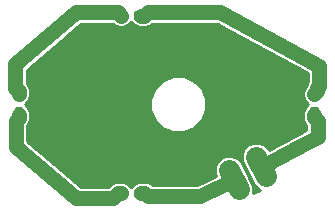
<source format=gtl>
G75*
G70*
%OFA0B0*%
%FSLAX24Y24*%
%IPPOS*%
%LPD*%
%AMOC8*
5,1,8,0,0,1.08239X$1,22.5*
%
%ADD10C,0.0298*%
%ADD11C,0.0338*%
%ADD12C,0.0072*%
%ADD13R,0.0720X0.1126*%
%ADD14C,0.0112*%
%ADD15R,0.1126X0.0720*%
%ADD16C,0.0709*%
%ADD17C,0.0500*%
%ADD18C,0.0100*%
%ADD19C,0.0396*%
D10*
X005278Y002495D03*
X002495Y004483D03*
X005270Y006479D03*
X010416Y004491D03*
D11*
X009920Y004491D03*
X005278Y002991D03*
X002991Y004483D03*
X005270Y005983D03*
D12*
X005144Y007337D02*
X004720Y007337D01*
X004720Y007551D01*
X005144Y007551D01*
X005144Y007337D01*
X005144Y007408D02*
X004720Y007408D01*
X004720Y007479D02*
X005144Y007479D01*
X005144Y007550D02*
X004720Y007550D01*
X005405Y007337D02*
X005829Y007337D01*
X005405Y007337D02*
X005405Y007551D01*
X005829Y007551D01*
X005829Y007337D01*
X005829Y007408D02*
X005405Y007408D01*
X005405Y007479D02*
X005829Y007479D01*
X005829Y007550D02*
X005405Y007550D01*
X001637Y005042D02*
X001637Y004618D01*
X001423Y004618D01*
X001423Y005042D01*
X001637Y005042D01*
X001637Y004689D02*
X001423Y004689D01*
X001423Y004760D02*
X001637Y004760D01*
X001637Y004831D02*
X001423Y004831D01*
X001423Y004902D02*
X001637Y004902D01*
X001637Y004973D02*
X001423Y004973D01*
X001637Y004356D02*
X001637Y003932D01*
X001423Y003932D01*
X001423Y004356D01*
X001637Y004356D01*
X001637Y004003D02*
X001423Y004003D01*
X001423Y004074D02*
X001637Y004074D01*
X001637Y004145D02*
X001423Y004145D01*
X001423Y004216D02*
X001637Y004216D01*
X001637Y004287D02*
X001423Y004287D01*
X004720Y001637D02*
X005144Y001637D01*
X005144Y001423D01*
X004720Y001423D01*
X004720Y001637D01*
X004720Y001494D02*
X005144Y001494D01*
X005144Y001565D02*
X004720Y001565D01*
X004720Y001636D02*
X005144Y001636D01*
X005405Y001637D02*
X005829Y001637D01*
X005829Y001423D01*
X005405Y001423D01*
X005405Y001637D01*
X005405Y001494D02*
X005829Y001494D01*
X005829Y001565D02*
X005405Y001565D01*
X005405Y001636D02*
X005829Y001636D01*
X011274Y003932D02*
X011274Y004356D01*
X011488Y004356D01*
X011488Y003932D01*
X011274Y003932D01*
X011274Y004003D02*
X011488Y004003D01*
X011488Y004074D02*
X011274Y004074D01*
X011274Y004145D02*
X011488Y004145D01*
X011488Y004216D02*
X011274Y004216D01*
X011274Y004287D02*
X011488Y004287D01*
X011274Y004618D02*
X011274Y005042D01*
X011488Y005042D01*
X011488Y004618D01*
X011274Y004618D01*
X011274Y004689D02*
X011488Y004689D01*
X011488Y004760D02*
X011274Y004760D01*
X011274Y004831D02*
X011488Y004831D01*
X011488Y004902D02*
X011274Y004902D01*
X011274Y004973D02*
X011488Y004973D01*
D13*
X010200Y004491D03*
X002711Y004483D03*
D14*
X002910Y004013D02*
X003135Y003788D01*
X002910Y004013D02*
X002989Y004092D01*
X003214Y003867D01*
X003135Y003788D01*
X003182Y003899D02*
X003024Y003899D01*
X003071Y004010D02*
X002913Y004010D01*
X002985Y004882D02*
X003210Y005107D01*
X002985Y004882D02*
X002906Y004961D01*
X003131Y005186D01*
X003210Y005107D01*
X003096Y004993D02*
X002938Y004993D01*
X003049Y005104D02*
X003207Y005104D01*
X004575Y005839D02*
X004800Y006064D01*
X004879Y005985D01*
X004654Y005760D01*
X004575Y005839D01*
X004607Y005871D02*
X004765Y005871D01*
X004718Y005982D02*
X004876Y005982D01*
X005670Y005989D02*
X005895Y005764D01*
X005670Y005989D02*
X005749Y006068D01*
X005974Y005843D01*
X005895Y005764D01*
X005942Y005875D02*
X005784Y005875D01*
X005831Y005986D02*
X005673Y005986D01*
X004879Y007477D02*
X004654Y007702D01*
X004879Y007477D02*
X004800Y007398D01*
X004575Y007623D01*
X004654Y007702D01*
X004689Y007509D02*
X004847Y007509D01*
X004736Y007620D02*
X004578Y007620D01*
X005749Y007402D02*
X005974Y007627D01*
X005749Y007402D02*
X005670Y007481D01*
X005895Y007706D01*
X005974Y007627D01*
X005860Y007513D02*
X005702Y007513D01*
X005813Y007624D02*
X005971Y007624D01*
X009776Y005186D02*
X010001Y004961D01*
X009922Y004882D01*
X009697Y005107D01*
X009776Y005186D01*
X009811Y004993D02*
X009969Y004993D01*
X009858Y005104D02*
X009700Y005104D01*
X009926Y004092D02*
X009701Y003867D01*
X009926Y004092D02*
X010005Y004013D01*
X009780Y003788D01*
X009701Y003867D01*
X009733Y003899D02*
X009891Y003899D01*
X009844Y004010D02*
X010002Y004010D01*
X011339Y004013D02*
X011564Y003788D01*
X011339Y004013D02*
X011418Y004092D01*
X011643Y003867D01*
X011564Y003788D01*
X011611Y003899D02*
X011453Y003899D01*
X011500Y004010D02*
X011342Y004010D01*
X011414Y004882D02*
X011639Y005107D01*
X011414Y004882D02*
X011335Y004961D01*
X011560Y005186D01*
X011639Y005107D01*
X011525Y004993D02*
X011367Y004993D01*
X011478Y005104D02*
X011636Y005104D01*
X005974Y003135D02*
X005749Y002910D01*
X005670Y002989D01*
X005895Y003214D01*
X005974Y003135D01*
X005860Y003021D02*
X005702Y003021D01*
X005813Y003132D02*
X005971Y003132D01*
X004879Y002985D02*
X004654Y003210D01*
X004879Y002985D02*
X004800Y002906D01*
X004575Y003131D01*
X004654Y003210D01*
X004689Y003017D02*
X004847Y003017D01*
X004736Y003128D02*
X004578Y003128D01*
X004800Y001572D02*
X004575Y001347D01*
X004800Y001572D02*
X004879Y001493D01*
X004654Y001268D01*
X004575Y001347D01*
X004607Y001379D02*
X004765Y001379D01*
X004718Y001490D02*
X004876Y001490D01*
X005670Y001497D02*
X005895Y001272D01*
X005670Y001497D02*
X005749Y001576D01*
X005974Y001351D01*
X005895Y001272D01*
X005942Y001383D02*
X005784Y001383D01*
X005831Y001494D02*
X005673Y001494D01*
X001497Y004092D02*
X001272Y003867D01*
X001497Y004092D02*
X001576Y004013D01*
X001351Y003788D01*
X001272Y003867D01*
X001304Y003899D02*
X001462Y003899D01*
X001415Y004010D02*
X001573Y004010D01*
X001572Y004961D02*
X001347Y005186D01*
X001572Y004961D02*
X001493Y004882D01*
X001268Y005107D01*
X001347Y005186D01*
X001382Y004993D02*
X001540Y004993D01*
X001429Y005104D02*
X001271Y005104D01*
D15*
X005270Y006263D03*
X005278Y002711D03*
D16*
X008544Y002286D02*
X008855Y001649D01*
X009754Y002088D02*
X009443Y002725D01*
D17*
X009599Y002406D02*
X011050Y003150D01*
X011491Y003394D01*
X011491Y003940D01*
X011381Y004050D01*
X011381Y004144D01*
X011381Y004830D02*
X011487Y004936D01*
X011487Y005034D01*
X011550Y005097D01*
X011550Y005750D01*
X008250Y007550D01*
X008246Y007554D01*
X005822Y007554D01*
X005711Y007444D01*
X005617Y007444D01*
X004932Y007444D02*
X004826Y007550D01*
X004727Y007550D01*
X003450Y007550D01*
X001420Y005820D01*
X001420Y005034D01*
X001530Y004924D01*
X001530Y004830D01*
X001530Y004144D02*
X001530Y004046D01*
X001424Y003940D01*
X001424Y003076D01*
X003450Y001350D01*
X004657Y001350D01*
X004727Y001420D01*
X004837Y001530D01*
X004932Y001530D01*
X005617Y001530D02*
X005715Y001530D01*
X005822Y001424D01*
X007567Y001424D01*
X007850Y001550D01*
X008700Y001968D01*
D18*
X008084Y002126D02*
X003125Y002126D01*
X003009Y002225D02*
X008063Y002225D01*
X008067Y002161D02*
X008099Y002096D01*
X007689Y001894D01*
X007486Y001804D01*
X005979Y001804D01*
X005931Y001852D01*
X005791Y001910D01*
X005541Y001910D01*
X005402Y001852D01*
X005353Y001804D01*
X005336Y001804D01*
X005274Y001742D01*
X005213Y001804D01*
X005196Y001804D01*
X005147Y001852D01*
X005007Y001910D01*
X004762Y001910D01*
X004622Y001852D01*
X004500Y001730D01*
X003590Y001730D01*
X001804Y003251D01*
X001804Y003782D01*
X001852Y003831D01*
X001910Y003970D01*
X001910Y004220D01*
X001852Y004360D01*
X001804Y004408D01*
X001804Y004425D01*
X001742Y004487D01*
X001804Y004549D01*
X001804Y004566D01*
X001852Y004614D01*
X001910Y004754D01*
X001910Y005000D01*
X001852Y005139D01*
X001800Y005192D01*
X001800Y005645D01*
X003590Y007170D01*
X004668Y007170D01*
X004717Y007122D01*
X004856Y007064D01*
X005007Y007064D01*
X005147Y007122D01*
X005196Y007170D01*
X005213Y007170D01*
X005274Y007232D01*
X005336Y007170D01*
X005353Y007170D01*
X005402Y007122D01*
X005541Y007064D01*
X005787Y007064D01*
X005927Y007122D01*
X005979Y007174D01*
X008146Y007174D01*
X011170Y005524D01*
X011170Y005255D01*
X011165Y005250D01*
X011107Y005111D01*
X011107Y005110D01*
X011107Y005093D01*
X011059Y005045D01*
X011001Y004905D01*
X011001Y004754D01*
X011059Y004614D01*
X011107Y004566D01*
X011107Y004549D01*
X011169Y004487D01*
X011107Y004425D01*
X011107Y004408D01*
X011059Y004360D01*
X011001Y004220D01*
X011001Y003974D01*
X011059Y003835D01*
X011111Y003782D01*
X011111Y003618D01*
X010871Y003485D01*
X009863Y002969D01*
X009836Y003024D01*
X009692Y003151D01*
X009510Y003214D01*
X009318Y003202D01*
X009144Y003118D01*
X009017Y002973D01*
X008954Y002791D01*
X008966Y002599D01*
X009361Y001789D01*
X009505Y001661D01*
X009563Y001641D01*
X009324Y001525D01*
X009344Y001583D01*
X009333Y001775D01*
X008938Y002585D01*
X008793Y002713D01*
X008611Y002776D01*
X008419Y002764D01*
X008246Y002679D01*
X008118Y002535D01*
X008055Y002353D01*
X008067Y002161D01*
X007960Y002028D02*
X003241Y002028D01*
X003356Y001929D02*
X007760Y001929D01*
X007545Y001831D02*
X005953Y001831D01*
X005380Y001831D02*
X005169Y001831D01*
X004600Y001831D02*
X003472Y001831D01*
X003588Y001732D02*
X004502Y001732D01*
X002894Y002323D02*
X008057Y002323D01*
X008079Y002422D02*
X002778Y002422D01*
X002663Y002520D02*
X008113Y002520D01*
X008192Y002619D02*
X002547Y002619D01*
X002431Y002717D02*
X008323Y002717D01*
X008781Y002717D02*
X008959Y002717D01*
X008962Y002816D02*
X002316Y002816D01*
X002200Y002914D02*
X008996Y002914D01*
X009051Y003013D02*
X002084Y003013D01*
X001969Y003111D02*
X009138Y003111D01*
X009437Y003210D02*
X001853Y003210D01*
X001804Y003308D02*
X010525Y003308D01*
X010717Y003407D02*
X001804Y003407D01*
X001804Y003505D02*
X010907Y003505D01*
X011085Y003604D02*
X007166Y003604D01*
X007036Y003550D02*
X007380Y003692D01*
X007644Y003956D01*
X007787Y004301D01*
X007787Y004673D01*
X007644Y005018D01*
X007380Y005282D01*
X007036Y005424D01*
X006663Y005424D01*
X006318Y005282D01*
X006055Y005018D01*
X005912Y004673D01*
X005912Y004301D01*
X006055Y003956D01*
X006318Y003692D01*
X006663Y003550D01*
X007036Y003550D01*
X007390Y003702D02*
X011111Y003702D01*
X011093Y003801D02*
X007488Y003801D01*
X007587Y003899D02*
X011032Y003899D01*
X011001Y003998D02*
X007661Y003998D01*
X007702Y004096D02*
X011001Y004096D01*
X011001Y004195D02*
X007743Y004195D01*
X007783Y004293D02*
X011031Y004293D01*
X011090Y004392D02*
X007787Y004392D01*
X007787Y004490D02*
X011166Y004490D01*
X011084Y004589D02*
X007787Y004589D01*
X007781Y004687D02*
X011028Y004687D01*
X011001Y004786D02*
X007740Y004786D01*
X007699Y004884D02*
X011001Y004884D01*
X011033Y004983D02*
X007659Y004983D01*
X007581Y005081D02*
X011095Y005081D01*
X011136Y005180D02*
X007482Y005180D01*
X007384Y005278D02*
X011170Y005278D01*
X011170Y005377D02*
X007151Y005377D01*
X006547Y005377D02*
X001800Y005377D01*
X001800Y005475D02*
X011170Y005475D01*
X011080Y005574D02*
X001800Y005574D01*
X001832Y005672D02*
X010899Y005672D01*
X010719Y005771D02*
X001948Y005771D01*
X002063Y005869D02*
X010538Y005869D01*
X010358Y005968D02*
X002179Y005968D01*
X002295Y006066D02*
X010177Y006066D01*
X009996Y006165D02*
X002410Y006165D01*
X002526Y006263D02*
X009816Y006263D01*
X009635Y006362D02*
X002641Y006362D01*
X002757Y006460D02*
X009455Y006460D01*
X009274Y006559D02*
X002872Y006559D01*
X002988Y006657D02*
X009094Y006657D01*
X008913Y006756D02*
X003104Y006756D01*
X003219Y006854D02*
X008732Y006854D01*
X008552Y006953D02*
X003335Y006953D01*
X003450Y007051D02*
X008371Y007051D01*
X008191Y007150D02*
X005955Y007150D01*
X005374Y007150D02*
X005175Y007150D01*
X004689Y007150D02*
X003566Y007150D01*
X001800Y005278D02*
X006315Y005278D01*
X006216Y005180D02*
X001812Y005180D01*
X001877Y005081D02*
X006118Y005081D01*
X006040Y004983D02*
X001910Y004983D01*
X001910Y004884D02*
X005999Y004884D01*
X005958Y004786D02*
X001910Y004786D01*
X001883Y004687D02*
X005917Y004687D01*
X005912Y004589D02*
X001827Y004589D01*
X001745Y004490D02*
X005912Y004490D01*
X005912Y004392D02*
X001821Y004392D01*
X001880Y004293D02*
X005915Y004293D01*
X005956Y004195D02*
X001910Y004195D01*
X001910Y004096D02*
X005997Y004096D01*
X006037Y003998D02*
X001910Y003998D01*
X001881Y003899D02*
X006112Y003899D01*
X006210Y003801D02*
X001822Y003801D01*
X001804Y003702D02*
X006309Y003702D01*
X006533Y003604D02*
X001804Y003604D01*
X008900Y002619D02*
X008965Y002619D01*
X008969Y002520D02*
X009004Y002520D01*
X009017Y002422D02*
X009052Y002422D01*
X009065Y002323D02*
X009100Y002323D01*
X009113Y002225D02*
X009148Y002225D01*
X009162Y002126D02*
X009196Y002126D01*
X009210Y002028D02*
X009244Y002028D01*
X009258Y001929D02*
X009292Y001929D01*
X009306Y001831D02*
X009341Y001831D01*
X009335Y001732D02*
X009425Y001732D01*
X009341Y001634D02*
X009548Y001634D01*
X009346Y001535D02*
X009328Y001535D01*
X009842Y003013D02*
X009949Y003013D01*
X010141Y003111D02*
X009738Y003111D01*
X009523Y003210D02*
X010333Y003210D01*
D19*
X008619Y004450D03*
X007850Y002950D03*
X004950Y004450D03*
X003550Y002950D03*
X003450Y005950D03*
X007950Y006050D03*
M02*

</source>
